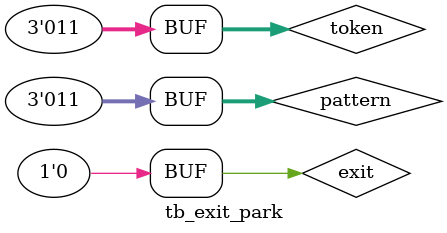
<source format=v>
`timescale 1ns / 1ps
module tb_exit_park(
    );
reg exit;
reg [2:0] token;
reg [2:0] pattern;
wire [7:0] park_location;

exit_park ee1 ( exit , token , pattern , park_location ) ;
initial
begin
exit <= 1'b1 ;
token <= 3'b001;
pattern <= 3'b111 ;
#20;
exit <= 1'b0 ;
token <= 3'b011;
pattern <= 3'b011 ;
#20;
end
endmodule

</source>
